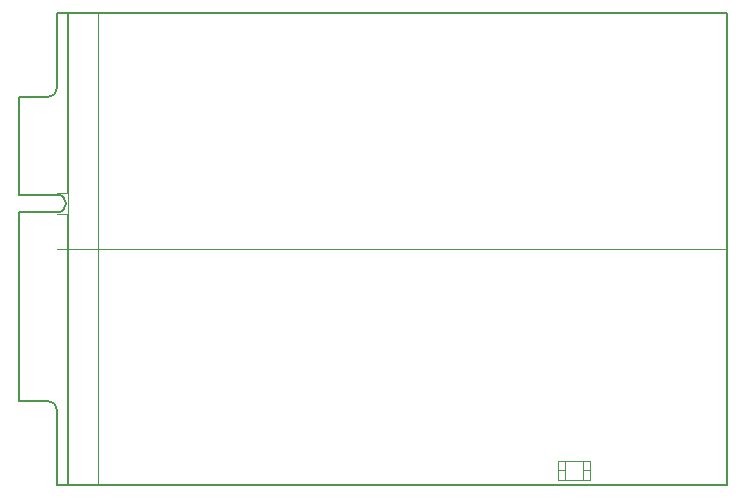
<source format=gm1>
G04 Layer_Color=16711935*
%FSLAX25Y25*%
%MOIN*%
G70*
G01*
G75*
%ADD24C,0.00600*%
%ADD39C,0.00200*%
%ADD63C,0.00400*%
%ADD64C,0.00079*%
D24*
X335665Y355118D02*
G03*
X332516Y358268I-3150J0D01*
G01*
Y459449D02*
G03*
X335665Y462598I0J3150D01*
G01*
X335665Y421063D02*
G03*
X335665Y426968I0J2953D01*
G01*
X322870Y459449D02*
X332516D01*
X335665Y462598D02*
Y487598D01*
X559091D01*
Y330118D02*
Y487598D01*
X335665Y330118D02*
Y355118D01*
X322870Y358268D02*
X332516D01*
X322870Y358268D02*
Y421063D01*
X335665D01*
X322870Y426968D02*
Y459449D01*
Y426968D02*
X322870Y426968D01*
X335665D01*
X556150Y487598D02*
X559091D01*
X339405Y330118D02*
Y420472D01*
Y427559D02*
Y487598D01*
X335665Y330118D02*
X559091D01*
X335665D02*
Y337894D01*
X335665Y330118D02*
X335665Y330118D01*
D39*
X335469D02*
X335469Y330118D01*
X335665Y427559D02*
X339405D01*
X335665Y420472D02*
X339405D01*
Y427559D01*
D63*
X349150Y330118D02*
Y487598D01*
X335665Y408858D02*
X559091D01*
D64*
X502594Y335033D02*
X504956D01*
X510861D02*
X513224D01*
X510861Y331884D02*
Y338183D01*
X504956Y331884D02*
Y338183D01*
X502594D02*
X513224D01*
X502594Y331884D02*
Y338183D01*
Y331884D02*
X513224D01*
Y338183D01*
M02*

</source>
